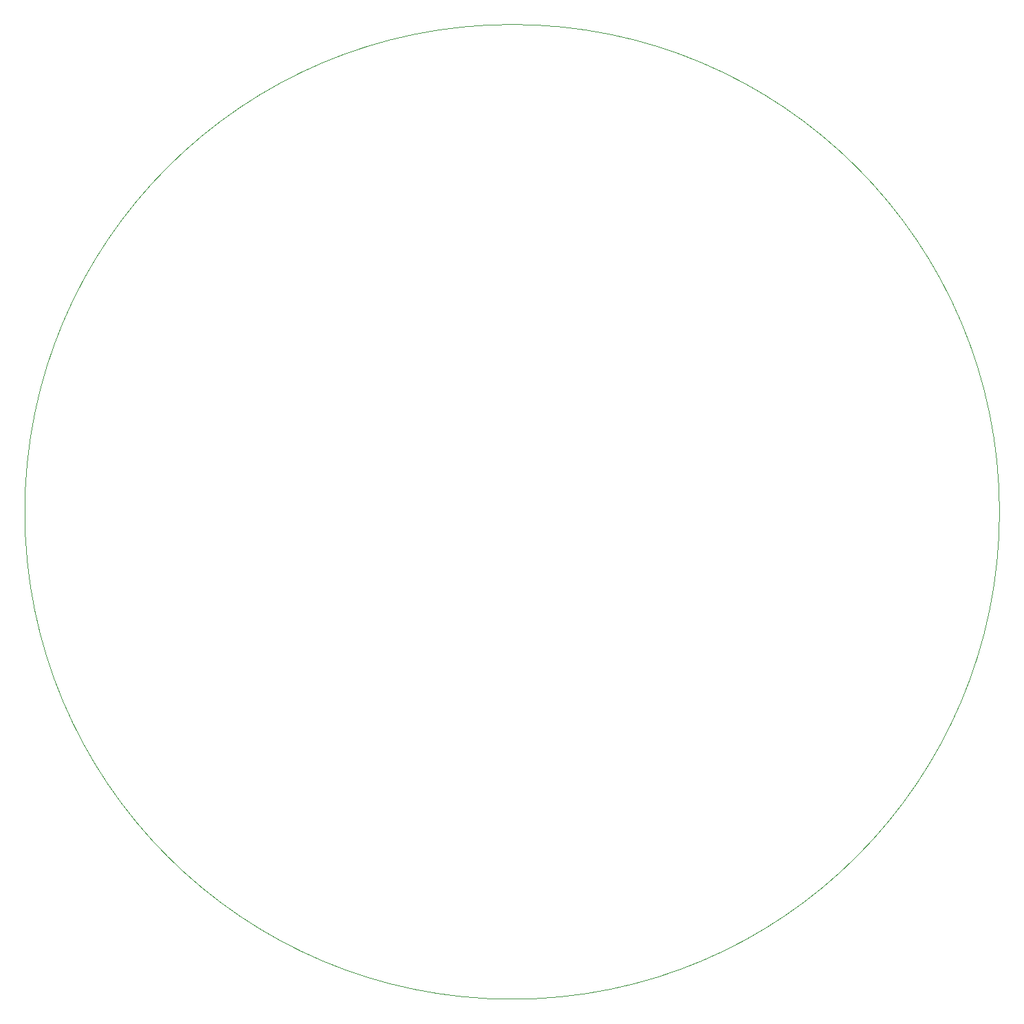
<source format=gm1>
G04 #@! TF.GenerationSoftware,KiCad,Pcbnew,7.0.5-7.0.5~ubuntu20.04.1*
G04 #@! TF.CreationDate,2023-12-18T21:42:52-03:00*
G04 #@! TF.ProjectId,LEDS,4c454453-2e6b-4696-9361-645f70636258,rev?*
G04 #@! TF.SameCoordinates,Original*
G04 #@! TF.FileFunction,Profile,NP*
%FSLAX46Y46*%
G04 Gerber Fmt 4.6, Leading zero omitted, Abs format (unit mm)*
G04 Created by KiCad (PCBNEW 7.0.5-7.0.5~ubuntu20.04.1) date 2023-12-18 21:42:52*
%MOMM*%
%LPD*%
G01*
G04 APERTURE LIST*
G04 #@! TA.AperFunction,Profile*
%ADD10C,0.100000*%
G04 #@! TD*
G04 APERTURE END LIST*
D10*
X162500000Y-100000000D02*
G75*
G03*
X162500000Y-100000000I-60000000J0D01*
G01*
M02*

</source>
